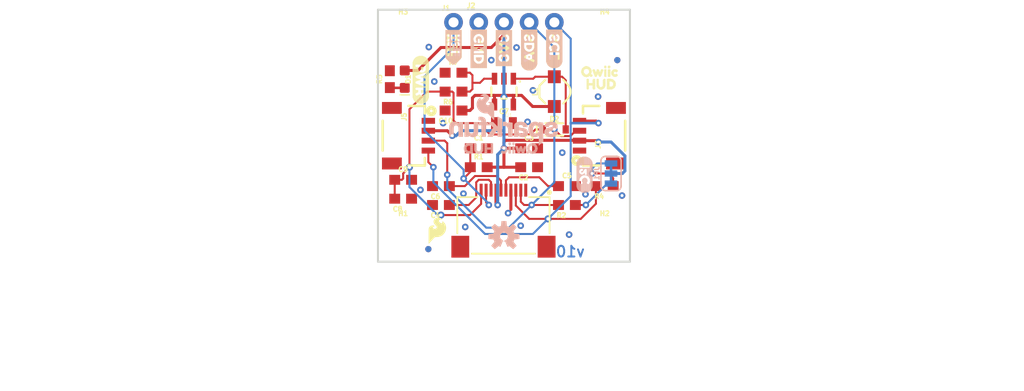
<source format=kicad_pcb>
(kicad_pcb (version 20211014) (generator pcbnew)
  (layers (0 "F.Cu" signal) (31 "B.Cu" signal) (34 "B.Paste" user) (35 "F.Paste" user) (36 "B.SilkS" user "B.Silkscreen") (37 "F.SilkS" user "F.Silkscreen") (38 "B.Mask" user) (39 "F.Mask" user) (44 "Edge.Cuts" user))
  (net 0 "")
  (net 1 "3.3V")
  (net 2 "GND")
  (net 3 "~{RST}")
  (net 4 "SCL")
  (net 5 "IC3")
  (net 6 "IC1")
  (net 7 "IC2")
  (net 8 "N$1")
  (net 9 "N$2")
  (net 10 "SDA")
  (net 11 "N$3")
  (net 12 "N$4")
  (net 13 "N$5")
  (net 14 "12V")
  (footprint "boardEagle:CREATIVE_COMMONS" (layer "F.Cu") (at 118.0211 127.8636)
    (fp_text reference "FRAME1" hide)
    (fp_text value "FRAME-LETTER" hide)
  )
  (footprint "boardEagle:STAND-OFF" (layer "F.Cu") (at 158.6611 115.1636)
    (fp_text reference "H2" (at 0 -2.032) (layer "F.SilkS") (effects (font (size 0.48768 0.48768) (thickness 0.12192)) (justify bottom)))
    (fp_text value "STAND-OFF")
    (pad "" np_thru_hole circle (at 0 0) (size 3.302 3.302) (drill 3.302) (layers *.Cu *.Mask))
  )
  (footprint "boardEagle:1X04_NO_SILK" (layer "F.Cu") (at 145.9611 93.5736)
    (fp_text reference "J2" (at -1.27 -1.397) (layer "F.SilkS") (effects (font (size 0.48768 0.48768) (thickness 0.12192)) (justify left bottom)))
    (fp_text value "")
    (pad "1" thru_hole circle (at 0 0 90) (size 1.8796 1.8796) (drill 1.016) (layers *.Cu *.Mask) (net 2 "GND"))
    (pad "2" thru_hole circle (at 2.54 0 90) (size 1.8796 1.8796) (drill 1.016) (layers *.Cu *.Mask) (net 1 "3.3V"))
    (pad "3" thru_hole circle (at 5.08 0 90) (size 1.8796 1.8796) (drill 1.016) (layers *.Cu *.Mask) (net 10 "SDA"))
    (pad "4" thru_hole circle (at 7.62 0 90) (size 1.8796 1.8796) (drill 1.016) (layers *.Cu *.Mask) (net 4 "SCL"))
  )
  (footprint "boardEagle:0603" (layer "F.Cu") (at 142.1511 110.0836 180)
    (fp_text reference "C6" (at 0 -0.762 180) (layer "F.SilkS") (effects (font (size 0.48768 0.48768) (thickness 0.12192)) (justify right top)))
    (fp_text value "1.0uF")
    (pad "1" smd rect (at -0.85 0 180) (size 1.1 1) (layers "F.Cu" "F.Paste" "F.Mask") (net 6 "IC1"))
    (pad "2" smd rect (at 0.85 0 180) (size 1.1 1) (layers "F.Cu" "F.Paste" "F.Mask") (net 2 "GND"))
  )
  (footprint "boardEagle:FIDUCIAL-MICRO" (layer "F.Cu") (at 159.9311 97.3836)
    (fp_text reference "FD2" hide)
    (fp_text value "FIDUCIALUFIDUCIAL" hide)
    (pad "1" smd roundrect (at 0 0) (size 0.635 0.635) (layers "F.Cu" "F.Mask") (roundrect_rratio 0.5))
  )
  (footprint "boardEagle:0603" (layer "F.Cu") (at 143.4211 100.5586 180)
    (fp_text reference "R6" (at 0 -0.762 180) (layer "F.SilkS") (effects (font (size 0.48768 0.48768) (thickness 0.12192)) (justify right top)))
    (fp_text value "47k")
    (pad "1" smd rect (at -0.85 0 180) (size 1.1 1) (layers "F.Cu" "F.Paste" "F.Mask") (net 13 "N$5"))
    (pad "2" smd rect (at 0.85 0 180) (size 1.1 1) (layers "F.Cu" "F.Paste" "F.Mask") (net 14 "12V"))
  )
  (footprint "boardEagle:1X04_1MM_RA" (layer "F.Cu") (at 156.1211 105.0036 90)
    (fp_text reference "J3" (at -1.397 2.159 90) (layer "F.SilkS") (effects (font (size 0.48768 0.48768) (thickness 0.12192)) (justify left bottom)))
    (fp_text value "")
    (pad "1" smd rect (at -1.5 0 90) (size 0.6 1.35) (layers "F.Cu" "F.Paste" "F.Mask") (net 2 "GND"))
    (pad "2" smd rect (at -0.5 0 90) (size 0.6 1.35) (layers "F.Cu" "F.Paste" "F.Mask") (net 1 "3.3V"))
    (pad "3" smd rect (at 0.5 0 90) (size 0.6 1.35) (layers "F.Cu" "F.Paste" "F.Mask") (net 10 "SDA"))
    (pad "4" smd rect (at 1.5 0 90) (size 0.6 1.35) (layers "F.Cu" "F.Paste" "F.Mask") (net 4 "SCL"))
    (pad "NC1" smd rect (at 2.8 3.675 90) (size 1.2 2) (layers "F.Cu" "F.Paste" "F.Mask"))
    (pad "NC2" smd rect (at -2.8 3.675 90) (size 1.2 2) (layers "F.Cu" "F.Paste" "F.Mask"))
  )
  (footprint "boardEagle:0603" (layer "F.Cu") (at 145.9611 108.1786)
    (fp_text reference "R1" (at 0 -0.762) (layer "F.SilkS") (effects (font (size 0.48768 0.48768) (thickness 0.12192)) (justify bottom)))
    (fp_text value "10k")
    (pad "1" smd rect (at -0.85 0) (size 1.1 1) (layers "F.Cu" "F.Paste" "F.Mask") (net 3 "~{RST}"))
    (pad "2" smd rect (at 0.85 0) (size 1.1 1) (layers "F.Cu" "F.Paste" "F.Mask") (net 1 "3.3V"))
  )
  (footprint "boardEagle:(PWR)" (layer "F.Cu") (at 140.1191 96.8756 -90)
    (fp_text reference "U$9" hide)
    (fp_text value "" hide)
  )
  (footprint "boardEagle:0805" (layer "F.Cu") (at 148.5011 103.7336)
    (fp_text reference "C7" (at 0 -0.889) (layer "F.SilkS") (effects (font (size 0.48768 0.48768) (thickness 0.12192)) (justify bottom)))
    (fp_text value "1.0uF")
    (pad "1" smd rect (at -0.9 0) (size 0.8 1.2) (layers "F.Cu" "F.Paste" "F.Mask") (net 14 "12V"))
    (pad "2" smd rect (at 0.9 0) (size 0.8 1.2) (layers "F.Cu" "F.Paste" "F.Mask") (net 2 "GND"))
  )
  (footprint "boardEagle:0603" (layer "F.Cu") (at 154.8511 110.0836)
    (fp_text reference "C5" (at 0 -0.762) (layer "F.SilkS") (effects (font (size 0.48768 0.48768) (thickness 0.12192)) (justify bottom)))
    (fp_text value "1.0uF")
    (pad "1" smd rect (at -0.85 0) (size 1.1 1) (layers "F.Cu" "F.Paste" "F.Mask") (net 7 "IC2"))
    (pad "2" smd rect (at 0.85 0) (size 1.1 1) (layers "F.Cu" "F.Paste" "F.Mask") (net 2 "GND"))
  )
  (footprint "boardEagle:SOT23-5" (layer "F.Cu") (at 148.5011 100.5586 180)
    (fp_text reference "U1" (at -0.889 -2.159 180) (layer "F.SilkS") (effects (font (size 0.373888 0.373888) (thickness 0.032512)) (justify right top)))
    (fp_text value "AP3012")
    (pad "1" smd rect (at -0.95 1.3001 180) (size 0.55 1.2) (layers "F.Cu" "F.Paste" "F.Mask") (net 12 "N$4"))
    (pad "2" smd rect (at 0 1.3001 180) (size 0.55 1.2) (layers "F.Cu" "F.Paste" "F.Mask") (net 2 "GND"))
    (pad "3" smd rect (at 0.95 1.3001 180) (size 0.55 1.2) (layers "F.Cu" "F.Paste" "F.Mask") (net 13 "N$5"))
    (pad "4" smd rect (at 0.95 -1.3001 180) (size 0.55 1.2) (layers "F.Cu" "F.Paste" "F.Mask") (net 1 "3.3V"))
    (pad "5" smd rect (at -0.95 -1.3001 180) (size 0.55 1.2) (layers "F.Cu" "F.Paste" "F.Mask") (net 1 "3.3V"))
  )
  (footprint "boardEagle:0603" (layer "F.Cu") (at 145.9611 106.2736)
    (fp_text reference "C1" (at 0 -0.762) (layer "F.SilkS") (effects (font (size 0.48768 0.48768) (thickness 0.12192)) (justify bottom)))
    (fp_text value "2.2uF")
    (pad "1" smd rect (at -0.85 0) (size 1.1 1) (layers "F.Cu" "F.Paste" "F.Mask") (net 3 "~{RST}"))
    (pad "2" smd rect (at 0.85 0) (size 1.1 1) (layers "F.Cu" "F.Paste" "F.Mask") (net 2 "GND"))
  )
  (footprint "boardEagle:0603" (layer "F.Cu") (at 143.4211 102.4636 180)
    (fp_text reference "C10" (at 0 -0.762 180) (layer "F.SilkS") (effects (font (size 0.48768 0.48768) (thickness 0.12192)) (justify right top)))
    (fp_text value "1.0uF")
    (pad "1" smd rect (at -0.85 0 180) (size 1.1 1) (layers "F.Cu" "F.Paste" "F.Mask") (net 1 "3.3V"))
    (pad "2" smd rect (at 0.85 0 180) (size 1.1 1) (layers "F.Cu" "F.Paste" "F.Mask") (net 2 "GND"))
  )
  (footprint "boardEagle:STAND-OFF" (layer "F.Cu") (at 138.3411 115.1636)
    (fp_text reference "H1" (at 0 -2.032) (layer "F.SilkS") (effects (font (size 0.48768 0.48768) (thickness 0.12192)) (justify bottom)))
    (fp_text value "STAND-OFF")
    (pad "" np_thru_hole circle (at 0 0) (size 3.302 3.302) (drill 3.302) (layers *.Cu *.Mask))
  )
  (footprint "boardEagle:FIDUCIAL-MICRO" (layer "F.Cu") (at 140.8811 116.4336)
    (fp_text reference "FD1" hide)
    (fp_text value "FIDUCIALUFIDUCIAL" hide)
    (pad "1" smd roundrect (at 0 0) (size 0.635 0.635) (layers "F.Cu" "F.Mask") (roundrect_rratio 0.5))
  )
  (footprint "boardEagle:SOD-323" (layer "F.Cu") (at 153.5811 104.3686)
    (fp_text reference "D2" (at 0 -0.762) (layer "F.SilkS") (effects (font (size 0.48768 0.48768) (thickness 0.12192)) (justify bottom)))
    (fp_text value "1A/23V/620mV")
    (pad "A" smd rect (at 1.15 0) (size 0.63 0.83) (layers "F.Cu" "F.Paste" "F.Mask") (net 12 "N$4"))
    (pad "C" smd rect (at -1.15 0) (size 0.63 0.83) (layers "F.Cu" "F.Paste" "F.Mask") (net 14 "12V"))
  )
  (footprint "boardEagle:HUD1" (layer "F.Cu") (at 155.8671 99.7966)
    (fp_text reference "U$3" hide)
    (fp_text value "" hide)
  )
  (footprint "boardEagle:GND" (layer "F.Cu") (at 145.9611 93.8276 -90)
    (fp_text reference "U$5" hide)
    (fp_text value "" hide)
  )
  (footprint "boardEagle:SCL" (layer "F.Cu") (at 153.5811 93.8276 -90)
    (fp_text reference "U$8" hide)
    (fp_text value "" hide)
  )
  (footprint "boardEagle:0603" (layer "F.Cu") (at 151.0411 108.1786 180)
    (fp_text reference "C2" (at 0 -0.762 180) (layer "F.SilkS") (effects (font (size 0.48768 0.48768) (thickness 0.12192)) (justify right top)))
    (fp_text value "4.7uF")
    (pad "1" smd rect (at -0.85 0 180) (size 1.1 1) (layers "F.Cu" "F.Paste" "F.Mask") (net 2 "GND"))
    (pad "2" smd rect (at 0.85 0 180) (size 1.1 1) (layers "F.Cu" "F.Paste" "F.Mask") (net 1 "3.3V"))
  )
  (footprint "boardEagle:0603" (layer "F.Cu") (at 143.4211 98.6536)
    (fp_text reference "R7" (at 0 -0.762) (layer "F.SilkS") (effects (font (size 0.48768 0.48768) (thickness 0.12192)) (justify bottom)))
    (fp_text value "5.6k")
    (pad "1" smd rect (at -0.85 0) (size 1.1 1) (layers "F.Cu" "F.Paste" "F.Mask") (net 2 "GND"))
    (pad "2" smd rect (at 0.85 0) (size 1.1 1) (layers "F.Cu" "F.Paste" "F.Mask") (net 13 "N$5"))
  )
  (footprint "boardEagle:0603" (layer "F.Cu") (at 138.3411 109.4486)
    (fp_text reference "C9" (at 0 -0.762) (layer "F.SilkS") (effects (font (size 0.48768 0.48768) (thickness 0.12192)) (justify bottom)))
    (fp_text value "0.1uF")
    (pad "1" smd rect (at -0.85 0) (size 1.1 1) (layers "F.Cu" "F.Paste" "F.Mask") (net 14 "12V"))
    (pad "2" smd rect (at 0.85 0) (size 1.1 1) (layers "F.Cu" "F.Paste" "F.Mask") (net 2 "GND"))
  )
  (footprint "boardEagle:QWIIC0" (layer "F.Cu") (at 155.3591 98.5266)
    (fp_text reference "U$2" hide)
    (fp_text value "" hide)
  )
  (footprint "boardEagle:3V3" (layer "F.Cu") (at 148.5011 93.8276 -90)
    (fp_text reference "U$6" hide)
    (fp_text value "" hide)
  )
  (footprint "boardEagle:#RST_" (layer "F.Cu") (at 143.4211 93.7006 -90)
    (fp_text reference "U$1" hide)
    (fp_text value "" hide)
  )
  (footprint "boardEagle:1X01_NO_SILK" (layer "F.Cu") (at 143.4211 93.5736)
    (fp_text reference "J1" (at -1.27 -1.143) (layer "F.SilkS") (effects (font (size 0.48768 0.48768) (thickness 0.12192)) (justify left bottom)))
    (fp_text value "")
    (pad "1" thru_hole circle (at 0 0 90) (size 1.8796 1.8796) (drill 1.016) (layers *.Cu *.Mask) (net 3 "~{RST}"))
  )
  (footprint "boardEagle:LED-0603" (layer "F.Cu") (at 138.5011 99.3036 -90)
    (fp_text reference "D1" (at 0 -0.635 -90) (layer "F.SilkS") (effects (font (size 0.48768 0.48768) (thickness 0.12192)) (justify bottom)))
    (fp_text value "RED")
    (pad "A" smd roundrect (at -0.877 0 180) (size 1 1) (layers "F.Cu" "F.Paste" "F.Mask") (roundrect_rratio 0.15) (net 1 "3.3V"))
    (pad "C" smd roundrect (at 0.877 0 180) (size 1 1) (layers "F.Cu" "F.Paste" "F.Mask") (roundrect_rratio 0.15) (net 11 "N$3"))
  )
  (footprint "boardEagle:1X04_1MM_RA" (layer "F.Cu") (at 140.8811 105.0036 -90)
    (fp_text reference "J5" (at -1.397 2.159 -90) (layer "F.SilkS") (effects (font (size 0.48768 0.48768) (thickness 0.12192)) (justify left bottom)))
    (fp_text value "")
    (pad "1" smd rect (at -1.5 0 270) (size 0.6 1.35) (layers "F.Cu" "F.Paste" "F.Mask") (net 2 "GND"))
    (pad "2" smd rect (at -0.5 0 270) (size 0.6 1.35) (layers "F.Cu" "F.Paste" "F.Mask") (net 1 "3.3V"))
    (pad "3" smd rect (at 0.5 0 270) (size 0.6 1.35) (layers "F.Cu" "F.Paste" "F.Mask") (net 10 "SDA"))
    (pad "4" smd rect (at 1.5 0 270) (size 0.6 1.35) (layers "F.Cu" "F.Paste" "F.Mask") (net 4 "SCL"))
    (pad "NC1" smd rect (at 2.8 3.675 270) (size 1.2 2) (layers "F.Cu" "F.Paste" "F.Mask"))
    (pad "NC2" smd rect (at -2.8 3.675 270) (size 1.2 2) (layers "F.Cu" "F.Paste" "F.Mask"))
  )
  (footprint "boardEagle:SERIES6288" (layer "F.Cu") (at 148.5011 113.8936)
    (fp_text reference "J4" hide)
    (fp_text value "WISECHIP_HUD_FPC" hide)
    (pad "1" smd rect (at -2.3 -3.4 90) (size 1.3 0.3) (layers "F.Cu" "F.Paste" "F.Mask") (net 14 "12V"))
    (pad "2" smd rect (at -1.8 -3.4 90) (size 1.3 0.3) (layers "F.Cu" "F.Paste" "F.Mask") (net 3 "~{RST}"))
    (pad "3" smd rect (at -1.3 -3.4 90) (size 1.3 0.3) (layers "F.Cu" "F.Paste" "F.Mask") (net 5 "IC3"))
    (pad "4" smd rect (at -0.8 -3.4 90) (size 1.3 0.3) (layers "F.Cu" "F.Paste" "F.Mask") (net 1 "3.3V"))
    (pad "5" smd rect (at -0.3 -3.4 90) (size 1.3 0.3) (layers "F.Cu" "F.Paste" "F.Mask") (net 6 "IC1"))
    (pad "6" smd rect (at 0.2 -3.4 90) (size 1.3 0.3) (layers "F.Cu" "F.Paste" "F.Mask") (net 7 "IC2"))
    (pad "7" smd rect (at 0.7 -3.4 90) (size 1.3 0.3) (layers "F.Cu" "F.Paste" "F.Mask") (net 2 "GND"))
    (pad "8" smd rect (at 1.2 -3.4 90) (size 1.3 0.3) (layers "F.Cu" "F.Paste" "F.Mask") (net 4 "SCL"))
    (pad "9" smd rect (at 1.7 -3.4 90) (size 1.3 0.3) (layers "F.Cu" "F.Paste" "F.Mask") (net 10 "SDA"))
    (pad "10" smd rect (at 2.2 -3.4 90) (size 1.3 0.3) (layers "F.Cu" "F.Paste" "F.Mask") (net 2 "GND"))
    (pad "NC1" smd rect (at -4.4 2.3 270) (size 2.2 1.8) (layers "F.Cu" "F.Paste" "F.Mask"))
    (pad "NC2" smd rect (at 4.3 2.3 270) (size 2.2 1.8) (layers "F.Cu" "F.Paste" "F.Mask"))
  )
  (footprint "boardEagle:INDUCTOR_4.7UH" (layer "F.Cu") (at 153.5811 100.5586 90)
    (fp_text reference "L1" (at 0 -1.651 90) (layer "F.SilkS") (effects (font (size 0.48768 0.48768) (thickness 0.12192)) (justify bottom)))
    (fp_text value "10uH")
    (pad "P$1" smd rect (at -1.5 0 180) (size 1.3 1.3) (layers "F.Cu" "F.Paste" "F.Mask") (net 1 "3.3V"))
    (pad "P$2" smd rect (at 1.5 0 180) (size 1.3 1.3) (layers "F.Cu" "F.Paste" "F.Mask") (net 12 "N$4"))
  )
  (footprint "boardEagle:0603" (layer "F.Cu") (at 142.1511 111.9886 180)
    (fp_text reference "C4" (at 0 -0.762 180) (layer "F.SilkS") (effects (font (size 0.48768 0.48768) (thickness 0.12192)) (justify right top)))
    (fp_text value "1.0uF")
    (pad "1" smd rect (at -0.85 0 180) (size 1.1 1) (layers "F.Cu" "F.Paste" "F.Mask") (net 5 "IC3"))
    (pad "2" smd rect (at 0.85 0 180) (size 1.1 1) (layers "F.Cu" "F.Paste" "F.Mask") (net 2 "GND"))
  )
  (footprint "boardEagle:REVISION" (layer "F.Cu") (at 129.4511 130.4036)
    (fp_text reference "LOGO4" hide)
    (fp_text value "REVISION" hide)
  )
  (footprint "boardEagle:STAND-OFF" (layer "F.Cu") (at 138.3411 94.8436)
    (fp_text reference "H3" (at 0 -2.032) (layer "F.SilkS") (effects (font (size 0.48768 0.48768) (thickness 0.12192)) (justify bottom)))
    (fp_text value "STAND-OFF")
    (pad "" np_thru_hole circle (at 0 0) (size 3.302 3.302) (drill 3.302) (layers *.Cu *.Mask))
  )
  (footprint "boardEagle:0603" (layer "F.Cu") (at 158.6611 110.0836 180)
    (fp_text reference "R4" (at 0 -0.762 180) (layer "F.SilkS") (effects (font (size 0.48768 0.48768) (thickness 0.12192)) (justify right top)))
    (fp_text value "2.2k")
    (pad "1" smd rect (at -0.85 0 180) (size 1.1 1) (layers "F.Cu" "F.Paste" "F.Mask") (net 9 "N$2"))
    (pad "2" smd rect (at 0.85 0 180) (size 1.1 1) (layers "F.Cu" "F.Paste" "F.Mask") (net 4 "SCL"))
  )
  (footprint "boardEagle:0603" (layer "F.Cu") (at 138.3411 111.3536 180)
    (fp_text reference "C8" (at 0 -0.762 180) (layer "F.SilkS") (effects (font (size 0.48768 0.48768) (thickness 0.12192)) (justify right top)))
    (fp_text value "4.7uF")
    (pad "1" smd rect (at -0.85 0 180) (size 1.1 1) (layers "F.Cu" "F.Paste" "F.Mask") (net 2 "GND"))
    (pad "2" smd rect (at 0.85 0 180) (size 1.1 1) (layers "F.Cu" "F.Paste" "F.Mask") (net 14 "12V"))
  )
  (footprint "boardEagle:STAND-OFF" (layer "F.Cu") (at 158.6611 94.8436)
    (fp_text reference "H4" (at 0 -2.032) (layer "F.SilkS") (effects (font (size 0.48768 0.48768) (thickness 0.12192)) (justify bottom)))
    (fp_text value "STAND-OFF")
    (pad "" np_thru_hole circle (at 0 0) (size 3.302 3.302) (drill 3.302) (layers *.Cu *.Mask))
  )
  (footprint "boardEagle:SDA" (layer "F.Cu") (at 151.0411 93.8276 -90)
    (fp_text reference "U$7" hide)
    (fp_text value "" hide)
  )
  (footprint "boardEagle:0603" (layer "F.Cu") (at 151.0411 106.2736)
    (fp_text reference "C3" (at 0 -0.762) (layer "F.SilkS") (effects (font (size 0.48768 0.48768) (thickness 0.12192)) (justify bottom)))
    (fp_text value "0.1uF")
    (pad "1" smd rect (at -0.85 0) (size 1.1 1) (layers "F.Cu" "F.Paste" "F.Mask") (net 1 "3.3V"))
    (pad "2" smd rect (at 0.85 0) (size 1.1 1) (layers "F.Cu" "F.Paste" "F.Mask") (net 2 "GND"))
  )
  (footprint "boardEagle:0603" (layer "F.Cu") (at 137.0011 99.3036 90)
    (fp_text reference "R5" (at 0 -0.762 90) (layer "F.SilkS") (effects (font (size 0.48768 0.48768) (thickness 0.12192)) (justify bottom)))
    (fp_text value "1k")
    (pad "1" smd rect (at -0.85 0 90) (size 1.1 1) (layers "F.Cu" "F.Paste" "F.Mask") (net 11 "N$3"))
    (pad "2" smd rect (at 0.85 0 90) (size 1.1 1) (layers "F.Cu" "F.Paste" "F.Mask") (net 2 "GND"))
  )
  (footprint "boardEagle:0603" (layer "F.Cu") (at 154.8511 111.9886 180)
    (fp_text reference "R2" (at 0 -0.762 180) (layer "F.SilkS") (effects (font (size 0.48768 0.48768) (thickness 0.12192)) (justify right top)))
    (fp_text value "2.2k")
    (pad "1" smd rect (at -0.85 0 180) (size 1.1 1) (layers "F.Cu" "F.Paste" "F.Mask") (net 8 "N$1"))
    (pad "2" smd rect (at 0.85 0 180) (size 1.1 1) (layers "F.Cu" "F.Paste" "F.Mask") (net 10 "SDA"))
  )
  (footprint "boardEagle:SFE_LOGO_FLAME_.1" (layer "F.Cu") (at 141.7701 114.5286)
    (fp_text reference "LOGO3" hide)
    (fp_text value "SFE_LOGO_FLAME.1_INCH" hide)
  )
  (footprint "boardEagle:SFE_LOGO_NAME_FLAME_.1" (layer "B.Cu") (at 148.3741 104.4956 180)
    (fp_text reference "LOGO2" hide)
    (fp_text value "SFE_LOGO_NAME_FLAME.1_INCH" hide)
  )
  (footprint "boardEagle:3V3" (layer "B.Cu") (at 148.5011 93.8276 -90)
    (fp_text reference "U$12" hide)
    (fp_text value "" hide)
  )
  (footprint "boardEagle:OSHW-LOGO-S" (layer "B.Cu") (at 148.5011 115.1636 180)
    (fp_text reference "LOGO1" hide)
    (fp_text value "OSHW-LOGOS" hide)
  )
  (footprint "boardEagle:GND" (layer "B.Cu") (at 145.9611 93.8276 -90)
    (fp_text reference "U$13" hide)
    (fp_text value "" hide)
  )
  (footprint "boardEagle:(I_SUPER2_C)" (layer "B.Cu") (at 156.6291 107.0356 -90)
    (fp_text reference "U$20" hide)
    (fp_text value "" hide)
  )
  (footprint "boardEagle:SCL" (layer "B.Cu") (at 153.5811 93.8276 -90)
    (fp_text reference "U$11" hide)
    (fp_text value "" hide)
  )
  (footprint "boardEagle:SDA" (layer "B.Cu") (at 151.0411 93.8276 -90)
    (fp_text reference "U$10" hide)
    (fp_text value "" hide)
  )
  (footprint "boardEagle:#RST_" (layer "B.Cu") (at 143.4211 93.7006 -90)
    (fp_text reference "U$14" hide)
    (fp_text value "" hide)
  )
  (footprint "boardEagle:HUD1" (layer "B.Cu") (at 148.3741 106.2736 180)
    (fp_text reference "U$19" hide)
    (fp_text value "" hide)
  )
  (footprint "boardEagle:FIDUCIAL-MICRO" (layer "B.Cu") (at 140.8811 116.4336 180)
    (fp_text reference "FD3" hide)
    (fp_text value "FIDUCIALUFIDUCIAL" hide)
    (pad "1" smd roundrect (at 0 0 180) (size 0.635 0.635) (layers "B.Cu" "B.Mask") (roundrect_rratio 0.5))
  )
  (footprint "boardEagle:SMT-JUMPER_3_2-NC_TRACE_SILK" (layer "B.Cu") (at 159.2961 108.8136 -90)
    (fp_text reference "JP1" (at 0 1.143 90) (layer "B.SilkS") (effects (font (size 0.48768 0.48768) (thickness 0.12192)) (justify bottom mirror)))
    (fp_text value "")
    (fp_line (start 0 0) (end -1.016 0) (layer "B.Cu") (width 0.254))
    (fp_line (start 0 0) (end 1.016 0) (layer "B.Cu") (width 0.254))
    (pad "1" smd rect (at -1.016 0 270) (size 0.635 1.27) (layers "B.Cu" "B.Mask") (net 9 "N$2"))
    (pad "2" smd rect (at 0 0 270) (size 0.635 1.27) (layers "B.Cu" "B.Mask") (net 1 "3.3V"))
    (pad "3" smd rect (at 1.016 0 270) (size 0.635 1.27) (layers "B.Cu" "B.Mask") (net 8 "N$1"))
  )
  (footprint "boardEagle:FIDUCIAL-MICRO" (layer "B.Cu") (at 159.9311 97.3836 180)
    (fp_text reference "FD4" hide)
    (fp_text value "FIDUCIALUFIDUCIAL" hide)
    (pad "1" smd roundrect (at 0 0 180) (size 0.635 0.635) (layers "B.Cu" "B.Mask") (roundrect_rratio 0.5))
  )
  (footprint "boardEagle:QWIIC0" (layer "B.Cu") (at 152.8191 106.2736 180)
    (fp_text reference "U$18" hide)
    (fp_text value "" hide)
  )
  (gr_line (start 161.2011 92.3036) (end 161.2011 117.7036) (layer "Edge.Cuts") (width 0.2032))
  (gr_line (start 161.2011 117.7036) (end 135.8011 117.7036) (layer "Edge.Cuts") (width 0.2032))
  (gr_line (start 135.8011 92.3036) (end 161.2011 92.3036) (layer "Edge.Cuts") (width 0.2032))
  (gr_line (start 135.8011 117.7036) (end 135.8011 92.3036) (layer "Edge.Cuts") (width 0.2032))
  (gr_text "v10" (at 156.7561 117.3226) (layer "B.Cu") (effects (font (size 1.0795 1.0795) (thickness 0.1905)) (justify left bottom mirror)))
  (segment (start 148.6709 105.4688) (end 148.5011 105.6386) (width 0.3048) (layer "F.Cu") (net 1))
  (segment (start 148.5011 106.2736) (end 148.5011 108.1786) (width 0.3048) (layer "F.Cu") (net 1))
  (segment (start 142.7941 104.5036) (end 143.2941 105.0036) (width 0.3048) (layer "F.Cu") (net 1))
  (segment (start 142.1511 96.1136) (end 147.2311 96.1136) (width 0.3048) (layer "F.Cu") (net 1))
  (segment (start 148.5011 100.9396) (end 149.3901 100.9396) (width 0.3048) (layer "F.Cu") (net 1))
  (segment (start 147.5511 101.8587) (end 147.5511 101.0056) (width 0.3048) (layer "F.Cu") (net 1))
  (segment (start 148.5011 94.8436) (end 148.5011 93.5736) (width 0.3048) (layer "F.Cu") (net 1))
  (segment (start 150.2791 100.9396) (end 151.3981 102.0586) (width 0.3048) (layer "F.Cu") (net 1))
  (segment (start 149.3901 100.9396) (end 150.2791 100.9396) (width 0.3048) (layer "F.Cu") (net 1))
  (segment (start 147.2311 96.1136) (end 148.5011 94.8436) (width 0.3048) (layer "F.Cu") (net 1))
  (segment (start 149.4511 101.0006) (end 149.3901 100.9396) (width 0.3048) (layer "F.Cu") (net 1))
  (segment (start 147.7011 111.8236) (end 147.8661 111.9886) (width 0.3048) (layer "F.Cu") (net 1))
  (segment (start 146.8111 108.1786) (end 147.6121 108.1786) (width 0.3048) (layer "F.Cu") (net 1))
  (segment (start 145.3261 102.2096) (end 145.3261 101.1936) (width 0.3048) (layer "F.Cu") (net 1))
  (segment (start 148.5011 105.6386) (end 148.5011 106.2736) (width 0.3048) (layer "F.Cu") (net 1))
  (segment (start 151.3981 102.0586) (end 153.5811 102.0586) (width 0.3048) (layer "F.Cu") (net 1))
  (segment (start 147.7011 110.4936) (end 147.7011 111.8236) (width 0.3048) (layer "F.Cu") (net 1))
  (segment (start 140.8811 104.5036) (end 142.7941 104.5036) (width 0.3048) (layer "F.Cu") (net 1))
  (segment (start 147.6121 108.1786) (end 147.6121 108.1786) (width 0.2032) (layer "F.Cu") (net 1))
  (segment (start 149.4511 101.8587) (end 149.4511 101.0006) (width 0.3048) (layer "F.Cu") (net 1))
  (segment (start 145.0721 102.4636) (end 145.3261 102.2096) (width 0.3048) (layer "F.Cu") (net 1))
  (segment (start 145.3261 101.1936) (end 145.5801 100.9396) (width 0.3048) (layer "F.Cu") (net 1))
  (segment (start 157.8911 105.5036) (end 158.0261 105.6386) (width 0.3048) (layer "F.Cu") (net 1))
  (segment (start 147.4851 100.9396) (end 148.5011 100.9396) (width 0.3048) (layer "F.Cu") (net 1))
  (segment (start 145.5801 100.9396) (end 147.4851 100.9396) (width 0.3048) (layer "F.Cu") (net 1))
  (segment (start 144.2711 102.4636) (end 145.0721 102.4636) (width 0.3048) (layer "F.Cu") (net 1))
  (segment (start 139.8381 98.4266) (end 142.1511 96.1136) (width 0.3048) (layer "F.Cu") (net 1))
  (segment (start 138.5011 98.4266) (end 139.8381 98.4266) (width 0.3048) (layer "F.Cu") (net 1))
  (segment (start 156.1211 105.5036) (end 157.8911 105.5036) (width 0.3048) (layer "F.Cu") (net 1))
  (segment (start 147.8661 108.1786) (end 147.6121 108.1786) (width 0.3048) (layer "F.Cu") (net 1))
  (segment (start 147.5511 101.0056) (end 147.4851 100.9396) (width 0.3048) (layer "F.Cu") (net 1))
  (segment (start 148.5011 101.0967) (end 148.5011 100.9396) (width 0.3048) (layer "F.Cu") (net 1))
  (segment (start 150.1911 108.1786) (end 148.5011 108.1786) (width 0.3048) (layer "F.Cu") (net 1))
  (segment (start 156.0863 105.4688) (end 148.6709 105.4688) (width 0.3048) (layer "F.Cu") (net 1))
  (segment (start 150.1911 106.2736) (end 148.5011 106.2736) (width 0.3048) (layer "F.Cu") (net 1))
  (segment (start 156.1211 105.5036) (end 156.0863 105.4688) (width 0.3048) (layer "F.Cu") (net 1))
  (segment (start 148.5011 108.1786) (end 147.8661 108.1786) (width 0.3048) (layer "F.Cu") (net 1))
  (via (at 148.5011 106.2736) (size 0.6604) (drill 0.3048) (layers "F.Cu" "B.Cu") (net 1))
  (via (at 147.8661 111.9886) (size 0.6604) (drill 0.3048) (layers "F.Cu" "B.Cu") (net 1))
  (via (at 158.0261 105.6386) (size 0.6604) (drill 0.3048) (layers "F.Cu" "B.Cu") (net 1))
  (via (at 148.5011 101.0967) (size 0.7056) (drill 0.35) (layers "F.Cu" "B.Cu") (net 1))
  (via (at 143.2941 105.0036) (size 0.6604) (drill 0.3048) (layers "F.Cu" "B.Cu") (net 1))
  (segment (start 147.8661 106.9086) (end 147.8661 111.9886) (width 0.3048) (layer "B.Cu") (net 1))
  (segment (start 159.2961 105.6386) (end 160.6931 107.0356) (width 0.3048) (layer "B.Cu") (net 1))
  (segment (start 143.6751 105.0036) (end 144.1831 104.4956) (width 0.3048) (layer "B.Cu") (net 1))
  (segment (start 148.5011 101.0967) (end 148.5011 104.4956) (width 0.3048) (layer "B.Cu") (net 1))
  (segment (start 148.5011 104.4956) (end 148.5011 106.2736) (width 0.3048) (layer "B.Cu") (net 1))
  (segment (start 160.6931 107.0356) (end 160.6931 108.5596) (width 0.3048) (layer "B.Cu") (net 1))
  (segment (start 160.6931 108.5596) (end 160.4391 108.8136) (width 0.3048) (layer "B.Cu") (net 1))
  (segment (start 158.0261 105.6386) (end 159.2961 105.6386) (width 0.3048) (layer "B.Cu") (net 1))
  (segment (start 143.6751 105.0036) (end 143.2941 105.0036) (width 0.3048) (layer "B.Cu") (net 1))
  (segment (start 160.4391 108.8136) (end 159.2961 108.8136) (width 0.3048) (layer "B.Cu") (net 1))
  (segment (start 148.5011 93.5736) (end 148.5011 101.0967) (width 0.3048) (layer "B.Cu") (net 1))
  (segment (start 144.1831 104.4956) (end 148.5011 104.4956) (width 0.3048) (layer "B.Cu") (net 1))
  (segment (start 148.5011 106.2736) (end 147.8661 106.9086) (width 0.3048) (layer "B.Cu") (net 1))
  (segment (start 149.2011 110.4936) (end 149.2011 112.4346) (width 0.3048) (layer "F.Cu") (net 2))
  (via (at 150.1891 114.0766) (size 0.6604) (drill 0.3048) (layers "F.Cu" "B.Cu") (net 2))
  (via (at 156.7221 110.9096) (size 0.6604) (drill 0.3048) (layers "F.Cu" "B.Cu") (net 2))
  (via (at 140.9281 96.0686) (size 0.6604) (drill 0.3048) (layers "F.Cu" "B.Cu") (net 2))
  (via (at 151.5491 110.4646) (size 0.6604) (drill 0.3048) (layers "F.Cu" "B.Cu") (net 2))
  (via (at 150.8801 103.6056) (size 0.6604) (drill 0.3048) (layers "F.Cu" "B.Cu") (net 2))
  (via (at 160.4051 111.0366) (size 0.6604) (drill 0.3048) (layers "F.Cu" "B.Cu") (net 2))
  (via (at 144.6011 114.2036) (size 0.6604) (drill 0.3048) (layers "F.Cu" "B.Cu") (net 2))
  (via (at 140.0851 110.4636) (size 0.6604) (drill 0.3048) (layers "F.Cu" "B.Cu") (net 2))
  (via (at 151.4221 100.4316) (size 0.6604) (drill 0.3048) (layers "F.Cu" "B.Cu") (net 2))
  (via (at 155.0711 114.9736) (size 0.6604) (drill 0.3048) (layers "F.Cu" "B.Cu") (net 2))
  (via (at 142.3711 103.7326) (size 0.6604) (drill 0.3048) (layers "F.Cu" "B.Cu") (net 2))
  (via (at 147.2311 97.3836) (size 0.6604) (drill 0.3048) (layers "F.Cu" "B.Cu") (net 2))
  (via (at 157.9921 101.0656) (size 0.6604) (drill 0.3048) (layers "F.Cu" "B.Cu") (net 2))
  (via (at 149.7711 96.1136) (size 0.6604) (drill 0.3048) (layers "F.Cu" "B.Cu") (net 2))
  (via (at 148.9191 112.8066) (size 0.6604) (drill 0.3048) (layers "F.Cu" "B.Cu") (net 2))
  (via (at 154.3801 106.7106) (size 0.6604) (drill 0.3048) (layers "F.Cu" "B.Cu") (net 2))
  (via (at 144.4201 110.8466) (size 0.6604) (drill 0.3048) (layers "F.Cu" "B.Cu") (net 2))
  (via (at 141.4821 99.5416) (size 0.6604) (drill 0.3048) (layers "F.Cu" "B.Cu") (net 2))
  (segment (start 146.7011 111.7126) (end 146.9771 111.9886) (width 0.2032) (layer "F.Cu") (net 3))
  (segment (start 145.1111 108.1786) (end 145.1111 108.6476) (width 0.2032) (layer "F.Cu") (net 3))
  (segment (start 146.7011 110.4936) (end 146.7011 111.7126) (width 0.2032) (layer "F.Cu") (net 3))
  (segment (start 145.1111 108.1786) (end 145.1111 106.2736) (width 0.2032) (layer "F.Cu") (net 3))
  (segment (start 145.1111 108.6476) (end 144.4371 109.3216) (width 0.2032) (layer "F.Cu") (net 3))
  (via (at 146.9771 111.9886) (size 0.6604) (drill 0.3048) (layers "F.Cu" "B.Cu") (net 3))
  (via (at 144.4371 109.3216) (size 0.6604) (drill 0.3048) (layers "F.Cu" "B.Cu") (net 3))
  (segment (start 140.5001 104.4956) (end 144.4371 108.4326) (width 0.2032) (layer "B.Cu") (net 3))
  (segment (start 144.4371 109.3216) (end 144.4371 108.4326) (width 0.2032) (layer "B.Cu") (net 3))
  (segment (start 143.4211 96.1136) (end 140.5001 99.0346) (width 0.2032) (layer "B.Cu") (net 3))
  (segment (start 143.4211 96.1136) (end 143.4211 93.5736) (width 0.2032) (layer "B.Cu") (net 3))
  (segment (start 140.5001 99.0346) (end 140.5001 104.4956) (width 0.2032) (layer "B.Cu") (net 3))
  (segment (start 146.9771 111.9886) (end 146.9771 111.8616) (width 0.2032) (layer "B.Cu") (net 3))
  (segment (start 146.9771 111.8616) (end 144.4371 109.3216) (width 0.2032) (layer "B.Cu") (net 3))
  (segment (start 157.7961 103.5036) (end 158.0261 103.7336) (width 0.254) (layer "F.Cu") (net 4))
  (segment (start 156.1211 103.5036) (end 157.7961 103.5036) (width 0.254) (layer "F.Cu") (net 4))
  (segment (start 152.9461 113.3856) (end 156.2481 113.3856) (width 0.2032) (layer "F.Cu") (net 4))
  (segment (start 157.7721 111.8616) (end 156.2481 113.3856) (width 0.2032) (layer "F.Cu") (net 4))
  (segment (start 151.0411 113.3856) (end 152.9461 113.3856) (width 0.2032) (layer "F.Cu") (net 4))
  (segment (start 149.7011 110.4936) (end 149.7011 112.0456) (width 0.2032) (layer "F.Cu") (net 4))
  (segment (start 140.8811 106.5036) (end 140.8811 107.6706) (width 0.2032) (layer "F.Cu") (net 4))
  (segment (start 157.8111 110.0836) (end 157.7721 110.1226) (width 0.2032) (layer "F.Cu") (net 4))
  (segment (start 149.7011 112.0456) (end 151.0411 113.3856) (width 0.2032) (layer "F.Cu") (net 4))
  (segment (start 140.8811 107.6706) (end 141.3891 108.1786) (width 0.2032) (layer "F.Cu") (net 4))
  (segment (start 157.7721 110.1226) (end 157.7721 111.8616) (width 0.2032) (layer "F.Cu") (net 4))
  (via (at 141.3891 108.1786) (size 0.6604) (drill 0.3048) (layers "F.Cu" "B.Cu") (net 4))
  (via (at 152.9461 113.3856) (size 0.7056) (drill 0.35) (layers "F.Cu" "B.Cu") (net 4))
  (via (at 158.0261 103.7336) (size 0.6604) (drill 0.3048) (layers "F.Cu" "B.Cu") (net 4))
  (segment (start 158.0261 103.7336) (end 155.2321 103.7336) (width 0.254) (layer "B.Cu") (net 4))
  (segment (start 146.5961 114.9096) (end 141.3891 109.7026) (width 0.2032) (layer "B.Cu") (net 4))
  (segment (start 155.2321 95.2246) (end 153.5811 93.5736) (width 0.2032) (layer "B.Cu") (net 4))
  (segment (start 155.2321 111.0996) (end 152.9461 113.3856) (width 0.2032) (layer "B.Cu") (net 4))
  (segment (start 151.4221 114.9096) (end 146.5961 114.9096) (width 0.2032) (layer "B.Cu") (net 4))
  (segment (start 152.9461 113.3856) (end 151.4221 114.9096) (width 0.2032) (layer "B.Cu") (net 4))
  (segment (start 155.2321 103.7336) (end 155.2321 95.2246) (width 0.2032) (layer "B.Cu") (net 4))
  (segment (start 155.2321 103.7336) (end 155.2321 111.0996) (width 0.2032) (layer "B.Cu") (net 4))
  (segment (start 141.3891 108.1786) (end 141.3891 109.7026) (width 0.2032) (layer "B.Cu") (net 4))
  (segment (start 147.2011 109.6726) (end 147.2011 110.4936) (width 0.2032) (layer "F.Cu") (net 5))
  (segment (start 145.7071 111.2266) (end 144.9451 111.9886) (width 0.2032) (layer "F.Cu") (net 5))
  (segment (start 147.2011 109.6726) (end 146.9771 109.4486) (width 0.2032) (layer "F.Cu") (net 5))
  (segment (start 145.9611 109.4486) (end 145.7071 109.7026) (width 0.2032) (layer "F.Cu") (net 5))
  (segment (start 145.7071 109.7026) (end 145.7071 111.2266) (width 0.2032) (layer "F.Cu") (net 5))
  (segment (start 146.9771 109.4486) (end 145.9611 109.4486) (width 0.2032) (layer "F.Cu") (net 5))
  (segment (start 144.9451 111.9886) (end 143.0011 111.9886) (width 0.2032) (layer "F.Cu") (net 5))
  (segment (start 144.5641 110.0836) (end 145.5801 109.0676) (width 0.2032) (layer "F.Cu") (net 6))
  (segment (start 145.5801 109.0676) (end 147.7391 109.0676) (width 0.2032) (layer "F.Cu") (net 6))
  (segment (start 148.2011 109.5296) (end 148.2011 110.4936) (width 0.2032) (layer "F.Cu") (net 6))
  (segment (start 143.0011 110.0836) (end 144.5641 110.0836) (width 0.2032) (layer "F.Cu") (net 6))
  (segment (start 147.7391 109.0676) (end 148.2011 109.5296) (width 0.2032) (layer "F.Cu") (net 6))
  (segment (start 154.0011 110.0836) (end 152.9461 110.0836) (width 0.2032) (layer "F.Cu") (net 7))
  (segment (start 152.0571 109.1946) (end 149.0091 109.1946) (width 0.2032) (layer "F.Cu") (net 7))
  (segment (start 152.9461 110.0836) (end 152.0571 109.1946) (width 0.2032) (layer "F.Cu") (net 7))
  (segment (start 149.0091 109.1946) (end 148.7011 109.5026) (width 0.2032) (layer "F.Cu") (net 7))
  (segment (start 148.7011 109.5026) (end 148.7011 110.4936) (width 0.2032) (layer "F.Cu") (net 7))
  (segment (start 155.7011 111.9886) (end 156.7561 111.9886) (width 0.2032) (layer "F.Cu") (net 8))
  (via (at 156.7561 111.9886) (size 0.6604) (drill 0.3048) (layers "F.Cu" "B.Cu") (net 8))
  (segment (start 158.9151 109.8296) (end 159.2961 109.8296) (width 0.2032) (layer "B.Cu") (net 8))
  (segment (start 158.9151 109.8296) (end 156.7561 111.9886) (width 0.2032) (layer "B.Cu") (net 8))
  (segment (start 159.0421 108.8136) (end 159.5111 109.2826) (width 0.2032) (layer "F.Cu") (net 9))
  (segment (start 159.5111 109.2826) (end 159.5111 110.0836) (width 0.2032) (layer "F.Cu") (net 9))
  (segment (start 157.3911 108.8136) (end 159.0421 108.8136) (width 0.2032) (layer "F.Cu") (net 9))
  (via (at 157.3911 108.8136) (size 0.6604) (drill 0.3048) (layers "F.Cu" "B.Cu") (net 9))
  (segment (start 157.3911 108.3056) (end 157.8991 107.7976) (width 0.2032) (layer "B.Cu") (net 9))
  (segment (start 157.3911 108.8136) (end 157.3911 108.3056) (width 0.2032) (layer "B.Cu") (net 9))
  (segment (start 157.8991 107.7976) (end 159.2961 107.7976) (width 0.2032) (layer "B.Cu") (net 9))
  (segment (start 155.7321 104.5036) (end 156.1211 104.5036) (width 0.2032) (layer "F.Cu") (net 10))
  (segment (start 154.0011 111.9886) (end 151.2951 111.9886) (width 0.2032) (layer "F.Cu") (net 10))
  (segment (start 142.7861 105.7656) (end 142.7861 108.9406) (width 0.2032) (layer "F.Cu") (net 10))
  (segment (start 150.5331 111.9886) (end 151.2951 111.9886) (width 0.2032) (layer "F.Cu") (net 10))
  (segment (start 150.2011 110.4936) (end 150.2011 111.6566) (width 0.2032) (layer "F.Cu") (net 10))
  (segment (start 150.2011 111.6566) (end 150.5331 111.9886) (width 0.2032) (layer "F.Cu") (net 10))
  (segment (start 154.2542 105.0417) (end 155.194 105.0417) (width 0.2032) (layer "F.Cu") (net 10))
  (segment (start 140.8811 105.5036) (end 142.5241 105.5036) (width 0.2032) (layer "F.Cu") (net 10))
  (segment (start 155.194 105.0417) (end 155.7321 104.5036) (width 0.2032) (layer "F.Cu") (net 10))
  (segment (start 142.5241 105.5036) (end 142.7861 105.7656) (width 0.2032) (layer "F.Cu") (net 10))
  (segment (start 153.5811 104.3686) (end 154.2542 105.0417) (width 0.2032) (layer "F.Cu") (net 10))
  (via (at 142.7861 108.9406) (size 0.6604) (drill 0.3048) (layers "F.Cu" "B.Cu") (net 10))
  (via (at 151.2951 111.9886) (size 0.6604) (drill 0.3048) (layers "F.Cu" "B.Cu") (net 10))
  (via (at 153.5811 104.3686) (size 0.6604) (drill 0.3048) (layers "F.Cu" "B.Cu") (net 10))
  (segment (start 153.5811 96.1136) (end 151.0411 93.5736) (width 0.2032) (layer "B.Cu") (net 10))
  (segment (start 142.7861 108.9406) (end 142.7861 110.3376) (width 0.2032) (layer "B.Cu") (net 10))
  (segment (start 149.0091 114.2746) (end 151.2951 111.9886) (width 0.2032) (layer "B.Cu") (net 10))
  (segment (start 153.5811 109.7026) (end 151.2951 111.9886) (width 0.2032) (layer "B.Cu") (net 10))
  (segment (start 153.5811 103.9876) (end 153.5811 96.1136) (width 0.2032) (layer "B.Cu") (net 10))
  (segment (start 153.5811 104.3686) (end 153.5811 109.7026) (width 0.2032) (layer "B.Cu") (net 10))
  (segment (start 142.7861 110.3376) (end 146.7231 114.2746) (width 0.2032) (layer "B.Cu") (net 10))
  (segment (start 146.7231 114.2746) (end 149.0091 114.2746) (width 0.2032) (layer "B.Cu") (net 10))
  (segment (start 153.5811 103.9876) (end 153.5811 104.3686) (width 0.2032) (layer "B.Cu") (net 10))
  (segment (start 138.5011 100.1806) (end 137.0281 100.1806) (width 0.254) (layer "F.Cu") (net 11))
  (segment (start 137.0281 100.1806) (end 137.0011 100.1536) (width 0.254) (layer "F.Cu") (net 11))
  (segment (start 151.4522 99.2585) (end 149.4511 99.2585) (width 0.2032) (layer "F.Cu") (net 12))
  (segment (start 153.5811 99.0586) (end 151.6521 99.0586) (width 0.2032) (layer "F.Cu") (net 12))
  (segment (start 151.6521 99.0586) (end 151.4522 99.2585) (width 0.2032) (layer "F.Cu") (net 12))
  (segment (start 153.7321 99.0586) (end 153.5811 99.0586) (width 0.2032) (layer "F.Cu") (net 12))
  (segment (start 154.7311 104.3686) (end 154.7311 99.4226) (width 0.2032) (layer "F.Cu") (net 12))
  (segment (start 153.7321 99.0586) (end 153.5811 99.0586) (width 0.2032) (layer "F.Cu") (net 12))
  (segment (start 154.7311 99.4226) (end 154.3671 99.0586) (width 0.2032) (layer "F.Cu") (net 12))
  (segment (start 154.3671 99.0586) (end 153.5811 99.0586) (width 0.2032) (layer "F.Cu") (net 12))
  (segment (start 146.0881 99.6696) (end 145.3261 99.6696) (width 0.2032) (layer "F.Cu") (net 13))
  (segment (start 145.0721 98.6536) (end 144.2711 98.6536) (width 0.2032) (layer "F.Cu") (net 13))
  (segment (start 145.3261 100.3046) (end 145.3261 99.6696) (width 0.2032) (layer "F.Cu") (net 13))
  (segment (start 145.3261 98.9076) (end 145.0721 98.6536) (width 0.2032) (layer "F.Cu") (net 13))
  (segment (start 146.4992 99.2585) (end 146.0881 99.6696) (width 0.2032) (layer "F.Cu") (net 13))
  (segment (start 145.0721 100.5586) (end 145.3261 100.3046) (width 0.2032) (layer "F.Cu") (net 13))
  (segment (start 144.2711 100.5586) (end 145.0721 100.5586) (width 0.2032) (layer "F.Cu") (net 13))
  (segment (start 145.3261 99.6696) (end 145.3261 98.9076) (width 0.2032) (layer "F.Cu") (net 13))
  (segment (start 147.5511 99.2585) (end 146.4992 99.2585) (width 0.2032) (layer "F.Cu") (net 13))
  (segment (start 152.4311 104.3686) (end 151.6761 104.3686) (width 0.2032) (layer "F.Cu") (net 14))
  (segment (start 143.6751 103.7336) (end 146.0881 103.7336) (width 0.2032) (layer "F.Cu") (net 14))
  (segment (start 143.4211 103.4796) (end 143.4211 100.6856) (width 0.2032) (layer "F.Cu") (net 14))
  (segment (start 147.6011 103.7336) (end 146.5961 103.7336) (width 0.2032) (layer "F.Cu") (net 14))
  (segment (start 138.3411 108.8136) (end 138.3411 109.3216) (width 0.2032) (layer "F.Cu") (net 14))
  (segment (start 143.6751 103.7336) (end 143.4211 103.4796) (width 0.2032) (layer "F.Cu") (net 14))
  (segment (start 137.4911 111.3536) (end 137.4911 109.4486) (width 0.2032) (layer "F.Cu") (net 14))
  (segment (start 151.6761 104.3686) (end 151.1681 104.8766) (width 0.2032) (layer "F.Cu") (net 14))
  (segment (start 143.2941 100.5586) (end 142.5711 100.5586) (width 0.2032) (layer "F.Cu") (net 14))
  (segment (start 140.7541 100.5586) (end 138.9761 102.3366) (width 0.2032) (layer "F.Cu") (net 14))
  (segment (start 146.2011 111.8756) (end 146.2011 110.4936) (width 0.2032) (layer "F.Cu") (net 14))
  (segment (start 146.2011 111.8756) (end 145.0721 113.0046) (width 0.2032) (layer "F.Cu") (net 14))
  (segment (start 138.9761 108.1786) (end 138.3411 108.8136) (width 0.2032) (layer "F.Cu") (net 14))
  (segment (start 138.9761 102.3366) (end 138.9761 108.1786) (width 0.2032) (layer "F.Cu") (net 14))
  (segment (start 147.1041 104.8766) (end 151.1681 104.8766) (width 0.2032) (layer "F.Cu") (net 14))
  (segment (start 146.5961 104.3686) (end 147.1041 104.8766) (width 0.2032) (layer "F.Cu") (net 14))
  (segment (start 138.2141 109.4486) (end 137.4911 109.4486) (width 0.2032) (layer "F.Cu") (net 14))
  (segment (start 145.0721 113.0046) (end 142.1511 113.0046) (width 0.2032) (layer "F.Cu") (net 14))
  (segment (start 138.3411 109.3216) (end 138.2141 109.4486) (width 0.2032) (layer "F.Cu") (net 14))
  (segment (start 146.5961 103.7336) (end 146.5961 104.3686) (width 0.2032) (layer "F.Cu") (net 14))
  (segment (start 143.4211 100.6856) (end 143.2941 100.5586) (width 0.2032) (layer "F.Cu") (net 14))
  (segment (start 146.0881 103.7336) (end 146.5961 103.7336) (width 0.2032) (layer "F.Cu") (net 14))
  (segment (start 140.7541 100.5586) (end 142.5711 100.5586) (width 0.2032) (layer "F.Cu") (net 14))
  (via (at 138.9761 108.1786) (size 0.7056) (drill 0.35) (layers "F.Cu" "B.Cu") (net 14))
  (via (at 142.1511 113.0046) (size 0.7056) (drill 0.35) (layers "F.Cu" "B.Cu") (net 14))
  (segment (start 141.799912 113.0046) (end 138.9761 110.180788) (width 0.2032) (layer "B.Cu") (net 14))
  (segment (start 138.9761 110.180788) (end 138.9761 108.1786) (width 0.2032) (layer "B.Cu") (net 14))
  (segment (start 142.1511 113.0046) (end 141.799912 113.0046) (width 0.2032) (layer "B.Cu") (net 14))
)
</source>
